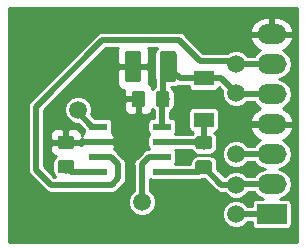
<source format=gbr>
G04 #@! TF.GenerationSoftware,KiCad,Pcbnew,5.0.0*
G04 #@! TF.CreationDate,2018-08-13T16:41:50-03:00*
G04 #@! TF.ProjectId,drv18,64727631382E6B696361645F70636200,rev?*
G04 #@! TF.SameCoordinates,Original*
G04 #@! TF.FileFunction,Copper,L2,Bot,Signal*
G04 #@! TF.FilePolarity,Positive*
%FSLAX46Y46*%
G04 Gerber Fmt 4.6, Leading zero omitted, Abs format (unit mm)*
G04 Created by KiCad (PCBNEW 5.0.0) date Mon Aug 13 16:41:50 2018*
%MOMM*%
%LPD*%
G01*
G04 APERTURE LIST*
G04 #@! TA.AperFunction,SMDPad,CuDef*
%ADD10R,1.700000X1.300000*%
G04 #@! TD*
G04 #@! TA.AperFunction,Conductor*
%ADD11C,0.100000*%
G04 #@! TD*
G04 #@! TA.AperFunction,SMDPad,CuDef*
%ADD12C,1.150000*%
G04 #@! TD*
G04 #@! TA.AperFunction,SMDPad,CuDef*
%ADD13C,1.425000*%
G04 #@! TD*
G04 #@! TA.AperFunction,ComponentPad*
%ADD14R,2.500000X1.700000*%
G04 #@! TD*
G04 #@! TA.AperFunction,ComponentPad*
%ADD15O,2.500000X1.700000*%
G04 #@! TD*
G04 #@! TA.AperFunction,SMDPad,CuDef*
%ADD16R,1.550000X0.600000*%
G04 #@! TD*
G04 #@! TA.AperFunction,ViaPad*
%ADD17C,1.500000*%
G04 #@! TD*
G04 #@! TA.AperFunction,Conductor*
%ADD18C,0.508000*%
G04 #@! TD*
G04 #@! TA.AperFunction,Conductor*
%ADD19C,0.254000*%
G04 #@! TD*
G04 APERTURE END LIST*
D10*
G04 #@! TO.P,D102,1*
G04 #@! TO.N,Net-(C103-Pad1)*
X163000000Y-89000000D03*
G04 #@! TO.P,D102,2*
G04 #@! TO.N,+12V*
X163000000Y-85500000D03*
G04 #@! TD*
D11*
G04 #@! TO.N,Net-(C103-Pad1)*
G04 #@! TO.C,C103*
G36*
X163474505Y-90376204D02*
X163498773Y-90379804D01*
X163522572Y-90385765D01*
X163545671Y-90394030D01*
X163567850Y-90404520D01*
X163588893Y-90417132D01*
X163608599Y-90431747D01*
X163626777Y-90448223D01*
X163643253Y-90466401D01*
X163657868Y-90486107D01*
X163670480Y-90507150D01*
X163680970Y-90529329D01*
X163689235Y-90552428D01*
X163695196Y-90576227D01*
X163698796Y-90600495D01*
X163700000Y-90624999D01*
X163700000Y-91275001D01*
X163698796Y-91299505D01*
X163695196Y-91323773D01*
X163689235Y-91347572D01*
X163680970Y-91370671D01*
X163670480Y-91392850D01*
X163657868Y-91413893D01*
X163643253Y-91433599D01*
X163626777Y-91451777D01*
X163608599Y-91468253D01*
X163588893Y-91482868D01*
X163567850Y-91495480D01*
X163545671Y-91505970D01*
X163522572Y-91514235D01*
X163498773Y-91520196D01*
X163474505Y-91523796D01*
X163450001Y-91525000D01*
X162549999Y-91525000D01*
X162525495Y-91523796D01*
X162501227Y-91520196D01*
X162477428Y-91514235D01*
X162454329Y-91505970D01*
X162432150Y-91495480D01*
X162411107Y-91482868D01*
X162391401Y-91468253D01*
X162373223Y-91451777D01*
X162356747Y-91433599D01*
X162342132Y-91413893D01*
X162329520Y-91392850D01*
X162319030Y-91370671D01*
X162310765Y-91347572D01*
X162304804Y-91323773D01*
X162301204Y-91299505D01*
X162300000Y-91275001D01*
X162300000Y-90624999D01*
X162301204Y-90600495D01*
X162304804Y-90576227D01*
X162310765Y-90552428D01*
X162319030Y-90529329D01*
X162329520Y-90507150D01*
X162342132Y-90486107D01*
X162356747Y-90466401D01*
X162373223Y-90448223D01*
X162391401Y-90431747D01*
X162411107Y-90417132D01*
X162432150Y-90404520D01*
X162454329Y-90394030D01*
X162477428Y-90385765D01*
X162501227Y-90379804D01*
X162525495Y-90376204D01*
X162549999Y-90375000D01*
X163450001Y-90375000D01*
X163474505Y-90376204D01*
X163474505Y-90376204D01*
G37*
D12*
G04 #@! TD*
G04 #@! TO.P,C103,1*
G04 #@! TO.N,Net-(C103-Pad1)*
X163000000Y-90950000D03*
D11*
G04 #@! TO.N,/HS*
G04 #@! TO.C,C103*
G36*
X163474505Y-92426204D02*
X163498773Y-92429804D01*
X163522572Y-92435765D01*
X163545671Y-92444030D01*
X163567850Y-92454520D01*
X163588893Y-92467132D01*
X163608599Y-92481747D01*
X163626777Y-92498223D01*
X163643253Y-92516401D01*
X163657868Y-92536107D01*
X163670480Y-92557150D01*
X163680970Y-92579329D01*
X163689235Y-92602428D01*
X163695196Y-92626227D01*
X163698796Y-92650495D01*
X163700000Y-92674999D01*
X163700000Y-93325001D01*
X163698796Y-93349505D01*
X163695196Y-93373773D01*
X163689235Y-93397572D01*
X163680970Y-93420671D01*
X163670480Y-93442850D01*
X163657868Y-93463893D01*
X163643253Y-93483599D01*
X163626777Y-93501777D01*
X163608599Y-93518253D01*
X163588893Y-93532868D01*
X163567850Y-93545480D01*
X163545671Y-93555970D01*
X163522572Y-93564235D01*
X163498773Y-93570196D01*
X163474505Y-93573796D01*
X163450001Y-93575000D01*
X162549999Y-93575000D01*
X162525495Y-93573796D01*
X162501227Y-93570196D01*
X162477428Y-93564235D01*
X162454329Y-93555970D01*
X162432150Y-93545480D01*
X162411107Y-93532868D01*
X162391401Y-93518253D01*
X162373223Y-93501777D01*
X162356747Y-93483599D01*
X162342132Y-93463893D01*
X162329520Y-93442850D01*
X162319030Y-93420671D01*
X162310765Y-93397572D01*
X162304804Y-93373773D01*
X162301204Y-93349505D01*
X162300000Y-93325001D01*
X162300000Y-92674999D01*
X162301204Y-92650495D01*
X162304804Y-92626227D01*
X162310765Y-92602428D01*
X162319030Y-92579329D01*
X162329520Y-92557150D01*
X162342132Y-92536107D01*
X162356747Y-92516401D01*
X162373223Y-92498223D01*
X162391401Y-92481747D01*
X162411107Y-92467132D01*
X162432150Y-92454520D01*
X162454329Y-92444030D01*
X162477428Y-92435765D01*
X162501227Y-92429804D01*
X162525495Y-92426204D01*
X162549999Y-92425000D01*
X163450001Y-92425000D01*
X163474505Y-92426204D01*
X163474505Y-92426204D01*
G37*
D12*
G04 #@! TD*
G04 #@! TO.P,C103,2*
G04 #@! TO.N,/HS*
X163000000Y-93000000D03*
D11*
G04 #@! TO.N,GND*
G04 #@! TO.C,C104*
G36*
X157824505Y-86551204D02*
X157848773Y-86554804D01*
X157872572Y-86560765D01*
X157895671Y-86569030D01*
X157917850Y-86579520D01*
X157938893Y-86592132D01*
X157958599Y-86606747D01*
X157976777Y-86623223D01*
X157993253Y-86641401D01*
X158007868Y-86661107D01*
X158020480Y-86682150D01*
X158030970Y-86704329D01*
X158039235Y-86727428D01*
X158045196Y-86751227D01*
X158048796Y-86775495D01*
X158050000Y-86799999D01*
X158050000Y-87700001D01*
X158048796Y-87724505D01*
X158045196Y-87748773D01*
X158039235Y-87772572D01*
X158030970Y-87795671D01*
X158020480Y-87817850D01*
X158007868Y-87838893D01*
X157993253Y-87858599D01*
X157976777Y-87876777D01*
X157958599Y-87893253D01*
X157938893Y-87907868D01*
X157917850Y-87920480D01*
X157895671Y-87930970D01*
X157872572Y-87939235D01*
X157848773Y-87945196D01*
X157824505Y-87948796D01*
X157800001Y-87950000D01*
X157149999Y-87950000D01*
X157125495Y-87948796D01*
X157101227Y-87945196D01*
X157077428Y-87939235D01*
X157054329Y-87930970D01*
X157032150Y-87920480D01*
X157011107Y-87907868D01*
X156991401Y-87893253D01*
X156973223Y-87876777D01*
X156956747Y-87858599D01*
X156942132Y-87838893D01*
X156929520Y-87817850D01*
X156919030Y-87795671D01*
X156910765Y-87772572D01*
X156904804Y-87748773D01*
X156901204Y-87724505D01*
X156900000Y-87700001D01*
X156900000Y-86799999D01*
X156901204Y-86775495D01*
X156904804Y-86751227D01*
X156910765Y-86727428D01*
X156919030Y-86704329D01*
X156929520Y-86682150D01*
X156942132Y-86661107D01*
X156956747Y-86641401D01*
X156973223Y-86623223D01*
X156991401Y-86606747D01*
X157011107Y-86592132D01*
X157032150Y-86579520D01*
X157054329Y-86569030D01*
X157077428Y-86560765D01*
X157101227Y-86554804D01*
X157125495Y-86551204D01*
X157149999Y-86550000D01*
X157800001Y-86550000D01*
X157824505Y-86551204D01*
X157824505Y-86551204D01*
G37*
D12*
G04 #@! TD*
G04 #@! TO.P,C104,2*
G04 #@! TO.N,GND*
X157475000Y-87250000D03*
D11*
G04 #@! TO.N,+12V*
G04 #@! TO.C,C104*
G36*
X159874505Y-86551204D02*
X159898773Y-86554804D01*
X159922572Y-86560765D01*
X159945671Y-86569030D01*
X159967850Y-86579520D01*
X159988893Y-86592132D01*
X160008599Y-86606747D01*
X160026777Y-86623223D01*
X160043253Y-86641401D01*
X160057868Y-86661107D01*
X160070480Y-86682150D01*
X160080970Y-86704329D01*
X160089235Y-86727428D01*
X160095196Y-86751227D01*
X160098796Y-86775495D01*
X160100000Y-86799999D01*
X160100000Y-87700001D01*
X160098796Y-87724505D01*
X160095196Y-87748773D01*
X160089235Y-87772572D01*
X160080970Y-87795671D01*
X160070480Y-87817850D01*
X160057868Y-87838893D01*
X160043253Y-87858599D01*
X160026777Y-87876777D01*
X160008599Y-87893253D01*
X159988893Y-87907868D01*
X159967850Y-87920480D01*
X159945671Y-87930970D01*
X159922572Y-87939235D01*
X159898773Y-87945196D01*
X159874505Y-87948796D01*
X159850001Y-87950000D01*
X159199999Y-87950000D01*
X159175495Y-87948796D01*
X159151227Y-87945196D01*
X159127428Y-87939235D01*
X159104329Y-87930970D01*
X159082150Y-87920480D01*
X159061107Y-87907868D01*
X159041401Y-87893253D01*
X159023223Y-87876777D01*
X159006747Y-87858599D01*
X158992132Y-87838893D01*
X158979520Y-87817850D01*
X158969030Y-87795671D01*
X158960765Y-87772572D01*
X158954804Y-87748773D01*
X158951204Y-87724505D01*
X158950000Y-87700001D01*
X158950000Y-86799999D01*
X158951204Y-86775495D01*
X158954804Y-86751227D01*
X158960765Y-86727428D01*
X158969030Y-86704329D01*
X158979520Y-86682150D01*
X158992132Y-86661107D01*
X159006747Y-86641401D01*
X159023223Y-86623223D01*
X159041401Y-86606747D01*
X159061107Y-86592132D01*
X159082150Y-86579520D01*
X159104329Y-86569030D01*
X159127428Y-86560765D01*
X159151227Y-86554804D01*
X159175495Y-86551204D01*
X159199999Y-86550000D01*
X159850001Y-86550000D01*
X159874505Y-86551204D01*
X159874505Y-86551204D01*
G37*
D12*
G04 #@! TD*
G04 #@! TO.P,C104,1*
G04 #@! TO.N,+12V*
X159525000Y-87250000D03*
D11*
G04 #@! TO.N,+12V*
G04 #@! TO.C,C102*
G36*
X160474504Y-83176204D02*
X160498773Y-83179804D01*
X160522571Y-83185765D01*
X160545671Y-83194030D01*
X160567849Y-83204520D01*
X160588893Y-83217133D01*
X160608598Y-83231747D01*
X160626777Y-83248223D01*
X160643253Y-83266402D01*
X160657867Y-83286107D01*
X160670480Y-83307151D01*
X160680970Y-83329329D01*
X160689235Y-83352429D01*
X160695196Y-83376227D01*
X160698796Y-83400496D01*
X160700000Y-83425000D01*
X160700000Y-85575000D01*
X160698796Y-85599504D01*
X160695196Y-85623773D01*
X160689235Y-85647571D01*
X160680970Y-85670671D01*
X160670480Y-85692849D01*
X160657867Y-85713893D01*
X160643253Y-85733598D01*
X160626777Y-85751777D01*
X160608598Y-85768253D01*
X160588893Y-85782867D01*
X160567849Y-85795480D01*
X160545671Y-85805970D01*
X160522571Y-85814235D01*
X160498773Y-85820196D01*
X160474504Y-85823796D01*
X160450000Y-85825000D01*
X159525000Y-85825000D01*
X159500496Y-85823796D01*
X159476227Y-85820196D01*
X159452429Y-85814235D01*
X159429329Y-85805970D01*
X159407151Y-85795480D01*
X159386107Y-85782867D01*
X159366402Y-85768253D01*
X159348223Y-85751777D01*
X159331747Y-85733598D01*
X159317133Y-85713893D01*
X159304520Y-85692849D01*
X159294030Y-85670671D01*
X159285765Y-85647571D01*
X159279804Y-85623773D01*
X159276204Y-85599504D01*
X159275000Y-85575000D01*
X159275000Y-83425000D01*
X159276204Y-83400496D01*
X159279804Y-83376227D01*
X159285765Y-83352429D01*
X159294030Y-83329329D01*
X159304520Y-83307151D01*
X159317133Y-83286107D01*
X159331747Y-83266402D01*
X159348223Y-83248223D01*
X159366402Y-83231747D01*
X159386107Y-83217133D01*
X159407151Y-83204520D01*
X159429329Y-83194030D01*
X159452429Y-83185765D01*
X159476227Y-83179804D01*
X159500496Y-83176204D01*
X159525000Y-83175000D01*
X160450000Y-83175000D01*
X160474504Y-83176204D01*
X160474504Y-83176204D01*
G37*
D13*
G04 #@! TD*
G04 #@! TO.P,C102,1*
G04 #@! TO.N,+12V*
X159987500Y-84500000D03*
D11*
G04 #@! TO.N,GND*
G04 #@! TO.C,C102*
G36*
X157499504Y-83176204D02*
X157523773Y-83179804D01*
X157547571Y-83185765D01*
X157570671Y-83194030D01*
X157592849Y-83204520D01*
X157613893Y-83217133D01*
X157633598Y-83231747D01*
X157651777Y-83248223D01*
X157668253Y-83266402D01*
X157682867Y-83286107D01*
X157695480Y-83307151D01*
X157705970Y-83329329D01*
X157714235Y-83352429D01*
X157720196Y-83376227D01*
X157723796Y-83400496D01*
X157725000Y-83425000D01*
X157725000Y-85575000D01*
X157723796Y-85599504D01*
X157720196Y-85623773D01*
X157714235Y-85647571D01*
X157705970Y-85670671D01*
X157695480Y-85692849D01*
X157682867Y-85713893D01*
X157668253Y-85733598D01*
X157651777Y-85751777D01*
X157633598Y-85768253D01*
X157613893Y-85782867D01*
X157592849Y-85795480D01*
X157570671Y-85805970D01*
X157547571Y-85814235D01*
X157523773Y-85820196D01*
X157499504Y-85823796D01*
X157475000Y-85825000D01*
X156550000Y-85825000D01*
X156525496Y-85823796D01*
X156501227Y-85820196D01*
X156477429Y-85814235D01*
X156454329Y-85805970D01*
X156432151Y-85795480D01*
X156411107Y-85782867D01*
X156391402Y-85768253D01*
X156373223Y-85751777D01*
X156356747Y-85733598D01*
X156342133Y-85713893D01*
X156329520Y-85692849D01*
X156319030Y-85670671D01*
X156310765Y-85647571D01*
X156304804Y-85623773D01*
X156301204Y-85599504D01*
X156300000Y-85575000D01*
X156300000Y-83425000D01*
X156301204Y-83400496D01*
X156304804Y-83376227D01*
X156310765Y-83352429D01*
X156319030Y-83329329D01*
X156329520Y-83307151D01*
X156342133Y-83286107D01*
X156356747Y-83266402D01*
X156373223Y-83248223D01*
X156391402Y-83231747D01*
X156411107Y-83217133D01*
X156432151Y-83204520D01*
X156454329Y-83194030D01*
X156477429Y-83185765D01*
X156501227Y-83179804D01*
X156525496Y-83176204D01*
X156550000Y-83175000D01*
X157475000Y-83175000D01*
X157499504Y-83176204D01*
X157499504Y-83176204D01*
G37*
D13*
G04 #@! TD*
G04 #@! TO.P,C102,2*
G04 #@! TO.N,GND*
X157012500Y-84500000D03*
D14*
G04 #@! TO.P,J101,1*
G04 #@! TO.N,/HG*
X168750000Y-97000000D03*
D15*
G04 #@! TO.P,J101,2*
G04 #@! TO.N,/HS*
X168750000Y-94460000D03*
G04 #@! TO.P,J101,3*
G04 #@! TO.N,/LG*
X168750000Y-91920000D03*
G04 #@! TO.P,J101,4*
G04 #@! TO.N,GND*
X168750000Y-89380000D03*
G04 #@! TO.P,J101,5*
G04 #@! TO.N,+12V*
X168750000Y-86840000D03*
G04 #@! TO.P,J101,6*
G04 #@! TO.N,/PWM_IN*
X168750000Y-84300000D03*
G04 #@! TO.P,J101,7*
G04 #@! TO.N,GND*
X168750000Y-81760000D03*
G04 #@! TD*
D16*
G04 #@! TO.P,U101,1*
G04 #@! TO.N,+12V*
X159450000Y-89595000D03*
G04 #@! TO.P,U101,2*
G04 #@! TO.N,Net-(C103-Pad1)*
X159450000Y-90865000D03*
G04 #@! TO.P,U101,3*
G04 #@! TO.N,Net-(D101-Pad1)*
X159450000Y-92135000D03*
G04 #@! TO.P,U101,4*
G04 #@! TO.N,/HS*
X159450000Y-93405000D03*
G04 #@! TO.P,U101,5*
G04 #@! TO.N,Net-(R103-Pad2)*
X154050000Y-93405000D03*
G04 #@! TO.P,U101,6*
G04 #@! TO.N,/PWM_IN*
X154050000Y-92135000D03*
G04 #@! TO.P,U101,7*
G04 #@! TO.N,GND*
X154050000Y-90865000D03*
G04 #@! TO.P,U101,8*
G04 #@! TO.N,Net-(D105-Pad1)*
X154050000Y-89595000D03*
G04 #@! TD*
D11*
G04 #@! TO.N,Net-(R103-Pad2)*
G04 #@! TO.C,R103*
G36*
X151800505Y-92396204D02*
X151824773Y-92399804D01*
X151848572Y-92405765D01*
X151871671Y-92414030D01*
X151893850Y-92424520D01*
X151914893Y-92437132D01*
X151934599Y-92451747D01*
X151952777Y-92468223D01*
X151969253Y-92486401D01*
X151983868Y-92506107D01*
X151996480Y-92527150D01*
X152006970Y-92549329D01*
X152015235Y-92572428D01*
X152021196Y-92596227D01*
X152024796Y-92620495D01*
X152026000Y-92644999D01*
X152026000Y-93295001D01*
X152024796Y-93319505D01*
X152021196Y-93343773D01*
X152015235Y-93367572D01*
X152006970Y-93390671D01*
X151996480Y-93412850D01*
X151983868Y-93433893D01*
X151969253Y-93453599D01*
X151952777Y-93471777D01*
X151934599Y-93488253D01*
X151914893Y-93502868D01*
X151893850Y-93515480D01*
X151871671Y-93525970D01*
X151848572Y-93534235D01*
X151824773Y-93540196D01*
X151800505Y-93543796D01*
X151776001Y-93545000D01*
X150875999Y-93545000D01*
X150851495Y-93543796D01*
X150827227Y-93540196D01*
X150803428Y-93534235D01*
X150780329Y-93525970D01*
X150758150Y-93515480D01*
X150737107Y-93502868D01*
X150717401Y-93488253D01*
X150699223Y-93471777D01*
X150682747Y-93453599D01*
X150668132Y-93433893D01*
X150655520Y-93412850D01*
X150645030Y-93390671D01*
X150636765Y-93367572D01*
X150630804Y-93343773D01*
X150627204Y-93319505D01*
X150626000Y-93295001D01*
X150626000Y-92644999D01*
X150627204Y-92620495D01*
X150630804Y-92596227D01*
X150636765Y-92572428D01*
X150645030Y-92549329D01*
X150655520Y-92527150D01*
X150668132Y-92506107D01*
X150682747Y-92486401D01*
X150699223Y-92468223D01*
X150717401Y-92451747D01*
X150737107Y-92437132D01*
X150758150Y-92424520D01*
X150780329Y-92414030D01*
X150803428Y-92405765D01*
X150827227Y-92399804D01*
X150851495Y-92396204D01*
X150875999Y-92395000D01*
X151776001Y-92395000D01*
X151800505Y-92396204D01*
X151800505Y-92396204D01*
G37*
D12*
G04 #@! TD*
G04 #@! TO.P,R103,2*
G04 #@! TO.N,Net-(R103-Pad2)*
X151326000Y-92970000D03*
D11*
G04 #@! TO.N,GND*
G04 #@! TO.C,R103*
G36*
X151800505Y-90346204D02*
X151824773Y-90349804D01*
X151848572Y-90355765D01*
X151871671Y-90364030D01*
X151893850Y-90374520D01*
X151914893Y-90387132D01*
X151934599Y-90401747D01*
X151952777Y-90418223D01*
X151969253Y-90436401D01*
X151983868Y-90456107D01*
X151996480Y-90477150D01*
X152006970Y-90499329D01*
X152015235Y-90522428D01*
X152021196Y-90546227D01*
X152024796Y-90570495D01*
X152026000Y-90594999D01*
X152026000Y-91245001D01*
X152024796Y-91269505D01*
X152021196Y-91293773D01*
X152015235Y-91317572D01*
X152006970Y-91340671D01*
X151996480Y-91362850D01*
X151983868Y-91383893D01*
X151969253Y-91403599D01*
X151952777Y-91421777D01*
X151934599Y-91438253D01*
X151914893Y-91452868D01*
X151893850Y-91465480D01*
X151871671Y-91475970D01*
X151848572Y-91484235D01*
X151824773Y-91490196D01*
X151800505Y-91493796D01*
X151776001Y-91495000D01*
X150875999Y-91495000D01*
X150851495Y-91493796D01*
X150827227Y-91490196D01*
X150803428Y-91484235D01*
X150780329Y-91475970D01*
X150758150Y-91465480D01*
X150737107Y-91452868D01*
X150717401Y-91438253D01*
X150699223Y-91421777D01*
X150682747Y-91403599D01*
X150668132Y-91383893D01*
X150655520Y-91362850D01*
X150645030Y-91340671D01*
X150636765Y-91317572D01*
X150630804Y-91293773D01*
X150627204Y-91269505D01*
X150626000Y-91245001D01*
X150626000Y-90594999D01*
X150627204Y-90570495D01*
X150630804Y-90546227D01*
X150636765Y-90522428D01*
X150645030Y-90499329D01*
X150655520Y-90477150D01*
X150668132Y-90456107D01*
X150682747Y-90436401D01*
X150699223Y-90418223D01*
X150717401Y-90401747D01*
X150737107Y-90387132D01*
X150758150Y-90374520D01*
X150780329Y-90364030D01*
X150803428Y-90355765D01*
X150827227Y-90349804D01*
X150851495Y-90346204D01*
X150875999Y-90345000D01*
X151776001Y-90345000D01*
X151800505Y-90346204D01*
X151800505Y-90346204D01*
G37*
D12*
G04 #@! TD*
G04 #@! TO.P,R103,1*
G04 #@! TO.N,GND*
X151326000Y-90920000D03*
D17*
G04 #@! TO.N,/LG*
X165750000Y-91920000D03*
G04 #@! TO.N,Net-(D105-Pad1)*
X152342000Y-88144000D03*
G04 #@! TO.N,GND*
X165750000Y-81750000D03*
X165750000Y-89500000D03*
G04 #@! TO.N,/HG*
X165750000Y-97000000D03*
G04 #@! TO.N,Net-(D101-Pad1)*
X157750000Y-96000000D03*
G04 #@! TO.N,/HS*
X165750000Y-94500000D03*
G04 #@! TO.N,+12V*
X165750000Y-86750000D03*
G04 #@! TO.N,/PWM_IN*
X165750000Y-84250000D03*
G04 #@! TD*
D18*
G04 #@! TO.N,/LG*
X165750000Y-91920000D02*
X168750000Y-91920000D01*
G04 #@! TO.N,Net-(D105-Pad1)*
X154050000Y-89595000D02*
X153575000Y-89595000D01*
X153575000Y-89595000D02*
X152342000Y-88362000D01*
X152342000Y-88362000D02*
X152342000Y-88144000D01*
G04 #@! TO.N,Net-(R103-Pad2)*
X151761000Y-93405000D02*
X151326000Y-92970000D01*
X154050000Y-93405000D02*
X151761000Y-93405000D01*
G04 #@! TO.N,GND*
X165870000Y-89380000D02*
X165750000Y-89500000D01*
X168750000Y-89380000D02*
X165870000Y-89380000D01*
G04 #@! TO.N,/HG*
X168750000Y-97000000D02*
X165750000Y-97000000D01*
G04 #@! TO.N,Net-(D101-Pad1)*
X158370200Y-92135000D02*
X159450000Y-92135000D01*
X157750000Y-92755200D02*
X158370200Y-92135000D01*
X157750000Y-96000000D02*
X157750000Y-92755200D01*
G04 #@! TO.N,/HS*
X162620000Y-93405000D02*
X163000000Y-93025000D01*
X159200000Y-93405000D02*
X162620000Y-93405000D01*
X162595000Y-93405000D02*
X163000000Y-93000000D01*
X165790000Y-94460000D02*
X165750000Y-94500000D01*
X168750000Y-94460000D02*
X165790000Y-94460000D01*
X164500000Y-94500000D02*
X165750000Y-94500000D01*
X163000000Y-93000000D02*
X164500000Y-94500000D01*
G04 #@! TO.N,+12V*
X168660000Y-86750000D02*
X168750000Y-86840000D01*
X165000001Y-86000001D02*
X165750000Y-86750000D01*
X164500000Y-85500000D02*
X165000001Y-86000001D01*
X163000000Y-85500000D02*
X164500000Y-85500000D01*
X165840000Y-86840000D02*
X165750000Y-86750000D01*
X168750000Y-86840000D02*
X165840000Y-86840000D01*
X160987500Y-85500000D02*
X159987500Y-84500000D01*
X163000000Y-85500000D02*
X160987500Y-85500000D01*
X159525000Y-84962500D02*
X159987500Y-84500000D01*
X159525000Y-87250000D02*
X159525000Y-84962500D01*
X159450000Y-87325000D02*
X159525000Y-87250000D01*
X159450000Y-89595000D02*
X159450000Y-87325000D01*
G04 #@! TO.N,Net-(C103-Pad1)*
X162890000Y-90865000D02*
X163000000Y-90975000D01*
X162915000Y-90865000D02*
X163000000Y-90950000D01*
X159450000Y-90865000D02*
X162915000Y-90865000D01*
X163000000Y-89000000D02*
X163000000Y-90950000D01*
G04 #@! TO.N,/PWM_IN*
X154050000Y-92135000D02*
X154525000Y-92135000D01*
X165800000Y-84300000D02*
X165750000Y-84250000D01*
X168750000Y-84300000D02*
X165800000Y-84300000D01*
X148786000Y-87890000D02*
X154426000Y-82250000D01*
X162676000Y-84000000D02*
X165500000Y-84000000D01*
X148786000Y-93224000D02*
X148786000Y-87890000D01*
X165500000Y-84000000D02*
X165750000Y-84250000D01*
X154426000Y-82250000D02*
X160926000Y-82250000D01*
X155129800Y-92135000D02*
X155750000Y-92755200D01*
X154050000Y-92135000D02*
X155129800Y-92135000D01*
X155750000Y-93968722D02*
X155218722Y-94500000D01*
X160926000Y-82250000D02*
X162676000Y-84000000D01*
X155750000Y-92755200D02*
X155750000Y-93968722D01*
X155218722Y-94500000D02*
X150062000Y-94500000D01*
X150062000Y-94500000D02*
X148786000Y-93224000D01*
G04 #@! TD*
D19*
G04 #@! TO.N,GND*
G36*
X170885201Y-99321200D02*
X146498800Y-99321200D01*
X146498800Y-87890000D01*
X148086765Y-87890000D01*
X148100201Y-87957547D01*
X148100200Y-93156458D01*
X148086765Y-93224000D01*
X148100200Y-93291542D01*
X148139991Y-93491585D01*
X148291566Y-93718433D01*
X148348829Y-93756695D01*
X149529306Y-94937174D01*
X149567566Y-94994434D01*
X149624825Y-95032693D01*
X149624826Y-95032694D01*
X149794414Y-95146009D01*
X150062000Y-95199235D01*
X150129542Y-95185800D01*
X155151180Y-95185800D01*
X155218722Y-95199235D01*
X155286264Y-95185800D01*
X155286265Y-95185800D01*
X155486308Y-95146009D01*
X155713156Y-94994434D01*
X155751419Y-94937169D01*
X156187173Y-94501416D01*
X156244434Y-94463156D01*
X156396009Y-94236308D01*
X156435800Y-94036265D01*
X156449235Y-93968722D01*
X156435800Y-93901180D01*
X156435800Y-92822742D01*
X156449235Y-92755199D01*
X156396009Y-92487614D01*
X156282693Y-92318026D01*
X156244433Y-92260766D01*
X156187173Y-92222506D01*
X155662497Y-91697831D01*
X155624234Y-91640566D01*
X155397386Y-91488991D01*
X155379584Y-91485450D01*
X155460000Y-91291310D01*
X155460000Y-91150750D01*
X155301250Y-90992000D01*
X154177000Y-90992000D01*
X154177000Y-91012000D01*
X153923000Y-91012000D01*
X153923000Y-90992000D01*
X152798750Y-90992000D01*
X152640000Y-91150750D01*
X152640000Y-91184750D01*
X152502250Y-91047000D01*
X151453000Y-91047000D01*
X151453000Y-91067000D01*
X151199000Y-91067000D01*
X151199000Y-91047000D01*
X150149750Y-91047000D01*
X149991000Y-91205750D01*
X149991000Y-91621309D01*
X150087673Y-91854698D01*
X150266301Y-92033327D01*
X150455553Y-92111718D01*
X150387913Y-92156913D01*
X150238284Y-92380849D01*
X150185741Y-92644999D01*
X150185741Y-93295001D01*
X150238284Y-93559151D01*
X150387913Y-93783087D01*
X150434477Y-93814200D01*
X150346068Y-93814200D01*
X149471800Y-92939934D01*
X149471800Y-90218691D01*
X149991000Y-90218691D01*
X149991000Y-90634250D01*
X150149750Y-90793000D01*
X151199000Y-90793000D01*
X151199000Y-89868750D01*
X151040250Y-89710000D01*
X150499690Y-89710000D01*
X150266301Y-89806673D01*
X150087673Y-89985302D01*
X149991000Y-90218691D01*
X149471800Y-90218691D01*
X149471800Y-88174066D01*
X149736941Y-87908925D01*
X151160200Y-87908925D01*
X151160200Y-88379075D01*
X151340118Y-88813436D01*
X151672564Y-89145882D01*
X152106925Y-89325800D01*
X152335934Y-89325800D01*
X152834741Y-89824608D01*
X152834741Y-89895000D01*
X152868254Y-90063480D01*
X152872356Y-90069619D01*
X152736673Y-90205301D01*
X152661000Y-90387992D01*
X152661000Y-90218691D01*
X152564327Y-89985302D01*
X152385699Y-89806673D01*
X152152310Y-89710000D01*
X151611750Y-89710000D01*
X151453000Y-89868750D01*
X151453000Y-90793000D01*
X152502250Y-90793000D01*
X152661000Y-90634250D01*
X152661000Y-90600250D01*
X152798750Y-90738000D01*
X153923000Y-90738000D01*
X153923000Y-90718000D01*
X154177000Y-90718000D01*
X154177000Y-90738000D01*
X155301250Y-90738000D01*
X155460000Y-90579250D01*
X155460000Y-90438690D01*
X155363327Y-90205301D01*
X155227644Y-90069619D01*
X155231746Y-90063480D01*
X155265259Y-89895000D01*
X155265259Y-89295000D01*
X155231746Y-89126520D01*
X155136310Y-88983690D01*
X154993480Y-88888254D01*
X154825000Y-88854741D01*
X153804608Y-88854741D01*
X153466727Y-88516861D01*
X153523800Y-88379075D01*
X153523800Y-87908925D01*
X153369227Y-87535750D01*
X156265000Y-87535750D01*
X156265000Y-88076310D01*
X156361673Y-88309699D01*
X156540302Y-88488327D01*
X156773691Y-88585000D01*
X157189250Y-88585000D01*
X157348000Y-88426250D01*
X157348000Y-87377000D01*
X156423750Y-87377000D01*
X156265000Y-87535750D01*
X153369227Y-87535750D01*
X153343882Y-87474564D01*
X153011436Y-87142118D01*
X152577075Y-86962200D01*
X152106925Y-86962200D01*
X151672564Y-87142118D01*
X151340118Y-87474564D01*
X151160200Y-87908925D01*
X149736941Y-87908925D01*
X154710068Y-82935800D01*
X155711761Y-82935800D01*
X155665000Y-83048690D01*
X155665000Y-84214250D01*
X155823750Y-84373000D01*
X156885500Y-84373000D01*
X156885500Y-84353000D01*
X157139500Y-84353000D01*
X157139500Y-84373000D01*
X158201250Y-84373000D01*
X158360000Y-84214250D01*
X158360000Y-83048690D01*
X158313239Y-82935800D01*
X159038579Y-82935800D01*
X159036913Y-82936913D01*
X158887284Y-83160849D01*
X158834741Y-83425000D01*
X158834741Y-84917375D01*
X158825765Y-84962500D01*
X158834741Y-85007625D01*
X158834741Y-85575000D01*
X158839201Y-85597420D01*
X158839200Y-86226862D01*
X158711913Y-86311913D01*
X158666718Y-86379553D01*
X158588327Y-86190301D01*
X158409698Y-86011673D01*
X158345937Y-85985262D01*
X158360000Y-85951310D01*
X158360000Y-84785750D01*
X158201250Y-84627000D01*
X157139500Y-84627000D01*
X157139500Y-84647000D01*
X156885500Y-84647000D01*
X156885500Y-84627000D01*
X155823750Y-84627000D01*
X155665000Y-84785750D01*
X155665000Y-85951310D01*
X155761673Y-86184699D01*
X155940302Y-86363327D01*
X156173691Y-86460000D01*
X156265000Y-86460000D01*
X156265000Y-86964250D01*
X156423750Y-87123000D01*
X157348000Y-87123000D01*
X157348000Y-87103000D01*
X157602000Y-87103000D01*
X157602000Y-87123000D01*
X157622000Y-87123000D01*
X157622000Y-87377000D01*
X157602000Y-87377000D01*
X157602000Y-88426250D01*
X157760750Y-88585000D01*
X158176309Y-88585000D01*
X158409698Y-88488327D01*
X158588327Y-88309699D01*
X158666718Y-88120447D01*
X158711913Y-88188087D01*
X158764201Y-88223024D01*
X158764200Y-88854741D01*
X158675000Y-88854741D01*
X158506520Y-88888254D01*
X158363690Y-88983690D01*
X158268254Y-89126520D01*
X158234741Y-89295000D01*
X158234741Y-89895000D01*
X158268254Y-90063480D01*
X158363690Y-90206310D01*
X158399145Y-90230000D01*
X158363690Y-90253690D01*
X158268254Y-90396520D01*
X158234741Y-90565000D01*
X158234741Y-91165000D01*
X158268254Y-91333480D01*
X158340541Y-91441664D01*
X158302657Y-91449200D01*
X158102614Y-91488991D01*
X157875766Y-91640566D01*
X157837504Y-91697829D01*
X157312829Y-92222505D01*
X157255567Y-92260766D01*
X157176572Y-92378991D01*
X157103991Y-92487615D01*
X157050765Y-92755200D01*
X157064201Y-92822747D01*
X157064200Y-95014482D01*
X156748118Y-95330564D01*
X156568200Y-95764925D01*
X156568200Y-96235075D01*
X156748118Y-96669436D01*
X157080564Y-97001882D01*
X157514925Y-97181800D01*
X157985075Y-97181800D01*
X158419436Y-97001882D01*
X158751882Y-96669436D01*
X158931800Y-96235075D01*
X158931800Y-95764925D01*
X158751882Y-95330564D01*
X158435800Y-95014482D01*
X158435800Y-94064492D01*
X158506520Y-94111746D01*
X158675000Y-94145259D01*
X160225000Y-94145259D01*
X160393480Y-94111746D01*
X160424828Y-94090800D01*
X162527458Y-94090800D01*
X162595000Y-94104235D01*
X162607500Y-94101749D01*
X162620000Y-94104235D01*
X162687542Y-94090800D01*
X162687543Y-94090800D01*
X162887586Y-94051009D01*
X162941090Y-94015259D01*
X163045393Y-94015259D01*
X163967304Y-94937171D01*
X164005566Y-94994434D01*
X164232414Y-95146009D01*
X164432457Y-95185800D01*
X164432458Y-95185800D01*
X164499999Y-95199235D01*
X164567540Y-95185800D01*
X164764482Y-95185800D01*
X165080564Y-95501882D01*
X165514925Y-95681800D01*
X165985075Y-95681800D01*
X166419436Y-95501882D01*
X166751882Y-95169436D01*
X166761672Y-95145800D01*
X167266630Y-95145800D01*
X167425874Y-95384126D01*
X167849867Y-95667428D01*
X168062588Y-95709741D01*
X167500000Y-95709741D01*
X167331520Y-95743254D01*
X167188690Y-95838690D01*
X167093254Y-95981520D01*
X167059741Y-96150000D01*
X167059741Y-96314200D01*
X166735518Y-96314200D01*
X166419436Y-95998118D01*
X165985075Y-95818200D01*
X165514925Y-95818200D01*
X165080564Y-95998118D01*
X164748118Y-96330564D01*
X164568200Y-96764925D01*
X164568200Y-97235075D01*
X164748118Y-97669436D01*
X165080564Y-98001882D01*
X165514925Y-98181800D01*
X165985075Y-98181800D01*
X166419436Y-98001882D01*
X166735518Y-97685800D01*
X167059741Y-97685800D01*
X167059741Y-97850000D01*
X167093254Y-98018480D01*
X167188690Y-98161310D01*
X167331520Y-98256746D01*
X167500000Y-98290259D01*
X170000000Y-98290259D01*
X170168480Y-98256746D01*
X170311310Y-98161310D01*
X170406746Y-98018480D01*
X170440259Y-97850000D01*
X170440259Y-96150000D01*
X170406746Y-95981520D01*
X170311310Y-95838690D01*
X170168480Y-95743254D01*
X170000000Y-95709741D01*
X169437412Y-95709741D01*
X169650133Y-95667428D01*
X170074126Y-95384126D01*
X170357428Y-94960133D01*
X170456911Y-94460000D01*
X170357428Y-93959867D01*
X170074126Y-93535874D01*
X169650133Y-93252572D01*
X169335563Y-93190000D01*
X169650133Y-93127428D01*
X170074126Y-92844126D01*
X170357428Y-92420133D01*
X170456911Y-91920000D01*
X170357428Y-91419867D01*
X170074126Y-90995874D01*
X169696564Y-90743596D01*
X169835618Y-90703360D01*
X170289856Y-90340251D01*
X170570562Y-89830952D01*
X170591476Y-89736890D01*
X170470155Y-89507000D01*
X168877000Y-89507000D01*
X168877000Y-89527000D01*
X168623000Y-89527000D01*
X168623000Y-89507000D01*
X167029845Y-89507000D01*
X166908524Y-89736890D01*
X166929438Y-89830952D01*
X167210144Y-90340251D01*
X167664382Y-90703360D01*
X167803436Y-90743596D01*
X167425874Y-90995874D01*
X167266630Y-91234200D01*
X166735518Y-91234200D01*
X166419436Y-90918118D01*
X165985075Y-90738200D01*
X165514925Y-90738200D01*
X165080564Y-90918118D01*
X164748118Y-91250564D01*
X164568200Y-91684925D01*
X164568200Y-92155075D01*
X164748118Y-92589436D01*
X165080564Y-92921882D01*
X165514925Y-93101800D01*
X165985075Y-93101800D01*
X166419436Y-92921882D01*
X166735518Y-92605800D01*
X167266630Y-92605800D01*
X167425874Y-92844126D01*
X167849867Y-93127428D01*
X168164437Y-93190000D01*
X167849867Y-93252572D01*
X167425874Y-93535874D01*
X167266630Y-93774200D01*
X166695518Y-93774200D01*
X166419436Y-93498118D01*
X165985075Y-93318200D01*
X165514925Y-93318200D01*
X165080564Y-93498118D01*
X164774274Y-93804408D01*
X164140259Y-93170393D01*
X164140259Y-92674999D01*
X164087716Y-92410849D01*
X163938087Y-92186913D01*
X163714151Y-92037284D01*
X163450001Y-91984741D01*
X162549999Y-91984741D01*
X162285849Y-92037284D01*
X162061913Y-92186913D01*
X161912284Y-92410849D01*
X161859741Y-92674999D01*
X161859741Y-92719200D01*
X160554424Y-92719200D01*
X160631746Y-92603480D01*
X160665259Y-92435000D01*
X160665259Y-91835000D01*
X160631746Y-91666520D01*
X160554424Y-91550800D01*
X161920068Y-91550800D01*
X162061913Y-91763087D01*
X162285849Y-91912716D01*
X162549999Y-91965259D01*
X163450001Y-91965259D01*
X163714151Y-91912716D01*
X163938087Y-91763087D01*
X164087716Y-91539151D01*
X164140259Y-91275001D01*
X164140259Y-90624999D01*
X164087716Y-90360849D01*
X163938087Y-90136913D01*
X163864074Y-90087459D01*
X164018480Y-90056746D01*
X164161310Y-89961310D01*
X164256746Y-89818480D01*
X164290259Y-89650000D01*
X164290259Y-88350000D01*
X164256746Y-88181520D01*
X164161310Y-88038690D01*
X164018480Y-87943254D01*
X163850000Y-87909741D01*
X162150000Y-87909741D01*
X161981520Y-87943254D01*
X161838690Y-88038690D01*
X161743254Y-88181520D01*
X161709741Y-88350000D01*
X161709741Y-89650000D01*
X161743254Y-89818480D01*
X161838690Y-89961310D01*
X161981520Y-90056746D01*
X162135926Y-90087459D01*
X162061913Y-90136913D01*
X162033658Y-90179200D01*
X160554424Y-90179200D01*
X160631746Y-90063480D01*
X160665259Y-89895000D01*
X160665259Y-89295000D01*
X160631746Y-89126520D01*
X160536310Y-88983690D01*
X160393480Y-88888254D01*
X160225000Y-88854741D01*
X160135800Y-88854741D01*
X160135800Y-88323251D01*
X160338087Y-88188087D01*
X160487716Y-87964151D01*
X160540259Y-87700001D01*
X160540259Y-86799999D01*
X160487716Y-86535849D01*
X160338087Y-86311913D01*
X160268264Y-86265259D01*
X160450000Y-86265259D01*
X160714151Y-86212716D01*
X160792405Y-86160428D01*
X160987500Y-86199235D01*
X161055042Y-86185800D01*
X161716862Y-86185800D01*
X161743254Y-86318480D01*
X161838690Y-86461310D01*
X161981520Y-86556746D01*
X162150000Y-86590259D01*
X163850000Y-86590259D01*
X164018480Y-86556746D01*
X164161310Y-86461310D01*
X164256746Y-86318480D01*
X164271988Y-86241854D01*
X164562827Y-86532694D01*
X164562829Y-86532696D01*
X164568200Y-86538066D01*
X164568200Y-86985075D01*
X164748118Y-87419436D01*
X165080564Y-87751882D01*
X165514925Y-87931800D01*
X165985075Y-87931800D01*
X166419436Y-87751882D01*
X166645518Y-87525800D01*
X167266630Y-87525800D01*
X167425874Y-87764126D01*
X167803436Y-88016404D01*
X167664382Y-88056640D01*
X167210144Y-88419749D01*
X166929438Y-88929048D01*
X166908524Y-89023110D01*
X167029845Y-89253000D01*
X168623000Y-89253000D01*
X168623000Y-89233000D01*
X168877000Y-89233000D01*
X168877000Y-89253000D01*
X170470155Y-89253000D01*
X170591476Y-89023110D01*
X170570562Y-88929048D01*
X170289856Y-88419749D01*
X169835618Y-88056640D01*
X169696564Y-88016404D01*
X170074126Y-87764126D01*
X170357428Y-87340133D01*
X170456911Y-86840000D01*
X170357428Y-86339867D01*
X170074126Y-85915874D01*
X169650133Y-85632572D01*
X169335563Y-85570000D01*
X169650133Y-85507428D01*
X170074126Y-85224126D01*
X170357428Y-84800133D01*
X170456911Y-84300000D01*
X170357428Y-83799867D01*
X170074126Y-83375874D01*
X169696564Y-83123596D01*
X169835618Y-83083360D01*
X170289856Y-82720251D01*
X170570562Y-82210952D01*
X170591476Y-82116890D01*
X170470155Y-81887000D01*
X168877000Y-81887000D01*
X168877000Y-81907000D01*
X168623000Y-81907000D01*
X168623000Y-81887000D01*
X167029845Y-81887000D01*
X166908524Y-82116890D01*
X166929438Y-82210952D01*
X167210144Y-82720251D01*
X167664382Y-83083360D01*
X167803436Y-83123596D01*
X167425874Y-83375874D01*
X167266630Y-83614200D01*
X166765814Y-83614200D01*
X166751882Y-83580564D01*
X166419436Y-83248118D01*
X165985075Y-83068200D01*
X165514925Y-83068200D01*
X165080564Y-83248118D01*
X165014482Y-83314200D01*
X162960068Y-83314200D01*
X161458698Y-81812831D01*
X161420434Y-81755566D01*
X161193586Y-81603991D01*
X160993543Y-81564200D01*
X160993542Y-81564200D01*
X160926000Y-81550765D01*
X160858458Y-81564200D01*
X154493536Y-81564200D01*
X154425999Y-81550766D01*
X154358462Y-81564200D01*
X154358457Y-81564200D01*
X154158414Y-81603991D01*
X153931566Y-81755566D01*
X153893306Y-81812826D01*
X148348830Y-87357304D01*
X148291567Y-87395566D01*
X148181223Y-87560707D01*
X148139991Y-87622415D01*
X148086765Y-87890000D01*
X146498800Y-87890000D01*
X146498800Y-81403110D01*
X166908524Y-81403110D01*
X167029845Y-81633000D01*
X168623000Y-81633000D01*
X168623000Y-80275000D01*
X168877000Y-80275000D01*
X168877000Y-81633000D01*
X170470155Y-81633000D01*
X170591476Y-81403110D01*
X170570562Y-81309048D01*
X170289856Y-80799749D01*
X169835618Y-80436640D01*
X169277000Y-80275000D01*
X168877000Y-80275000D01*
X168623000Y-80275000D01*
X168223000Y-80275000D01*
X167664382Y-80436640D01*
X167210144Y-80799749D01*
X166929438Y-81309048D01*
X166908524Y-81403110D01*
X146498800Y-81403110D01*
X146498800Y-79506800D01*
X170885200Y-79506800D01*
X170885201Y-99321200D01*
X170885201Y-99321200D01*
G37*
X170885201Y-99321200D02*
X146498800Y-99321200D01*
X146498800Y-87890000D01*
X148086765Y-87890000D01*
X148100201Y-87957547D01*
X148100200Y-93156458D01*
X148086765Y-93224000D01*
X148100200Y-93291542D01*
X148139991Y-93491585D01*
X148291566Y-93718433D01*
X148348829Y-93756695D01*
X149529306Y-94937174D01*
X149567566Y-94994434D01*
X149624825Y-95032693D01*
X149624826Y-95032694D01*
X149794414Y-95146009D01*
X150062000Y-95199235D01*
X150129542Y-95185800D01*
X155151180Y-95185800D01*
X155218722Y-95199235D01*
X155286264Y-95185800D01*
X155286265Y-95185800D01*
X155486308Y-95146009D01*
X155713156Y-94994434D01*
X155751419Y-94937169D01*
X156187173Y-94501416D01*
X156244434Y-94463156D01*
X156396009Y-94236308D01*
X156435800Y-94036265D01*
X156449235Y-93968722D01*
X156435800Y-93901180D01*
X156435800Y-92822742D01*
X156449235Y-92755199D01*
X156396009Y-92487614D01*
X156282693Y-92318026D01*
X156244433Y-92260766D01*
X156187173Y-92222506D01*
X155662497Y-91697831D01*
X155624234Y-91640566D01*
X155397386Y-91488991D01*
X155379584Y-91485450D01*
X155460000Y-91291310D01*
X155460000Y-91150750D01*
X155301250Y-90992000D01*
X154177000Y-90992000D01*
X154177000Y-91012000D01*
X153923000Y-91012000D01*
X153923000Y-90992000D01*
X152798750Y-90992000D01*
X152640000Y-91150750D01*
X152640000Y-91184750D01*
X152502250Y-91047000D01*
X151453000Y-91047000D01*
X151453000Y-91067000D01*
X151199000Y-91067000D01*
X151199000Y-91047000D01*
X150149750Y-91047000D01*
X149991000Y-91205750D01*
X149991000Y-91621309D01*
X150087673Y-91854698D01*
X150266301Y-92033327D01*
X150455553Y-92111718D01*
X150387913Y-92156913D01*
X150238284Y-92380849D01*
X150185741Y-92644999D01*
X150185741Y-93295001D01*
X150238284Y-93559151D01*
X150387913Y-93783087D01*
X150434477Y-93814200D01*
X150346068Y-93814200D01*
X149471800Y-92939934D01*
X149471800Y-90218691D01*
X149991000Y-90218691D01*
X149991000Y-90634250D01*
X150149750Y-90793000D01*
X151199000Y-90793000D01*
X151199000Y-89868750D01*
X151040250Y-89710000D01*
X150499690Y-89710000D01*
X150266301Y-89806673D01*
X150087673Y-89985302D01*
X149991000Y-90218691D01*
X149471800Y-90218691D01*
X149471800Y-88174066D01*
X149736941Y-87908925D01*
X151160200Y-87908925D01*
X151160200Y-88379075D01*
X151340118Y-88813436D01*
X151672564Y-89145882D01*
X152106925Y-89325800D01*
X152335934Y-89325800D01*
X152834741Y-89824608D01*
X152834741Y-89895000D01*
X152868254Y-90063480D01*
X152872356Y-90069619D01*
X152736673Y-90205301D01*
X152661000Y-90387992D01*
X152661000Y-90218691D01*
X152564327Y-89985302D01*
X152385699Y-89806673D01*
X152152310Y-89710000D01*
X151611750Y-89710000D01*
X151453000Y-89868750D01*
X151453000Y-90793000D01*
X152502250Y-90793000D01*
X152661000Y-90634250D01*
X152661000Y-90600250D01*
X152798750Y-90738000D01*
X153923000Y-90738000D01*
X153923000Y-90718000D01*
X154177000Y-90718000D01*
X154177000Y-90738000D01*
X155301250Y-90738000D01*
X155460000Y-90579250D01*
X155460000Y-90438690D01*
X155363327Y-90205301D01*
X155227644Y-90069619D01*
X155231746Y-90063480D01*
X155265259Y-89895000D01*
X155265259Y-89295000D01*
X155231746Y-89126520D01*
X155136310Y-88983690D01*
X154993480Y-88888254D01*
X154825000Y-88854741D01*
X153804608Y-88854741D01*
X153466727Y-88516861D01*
X153523800Y-88379075D01*
X153523800Y-87908925D01*
X153369227Y-87535750D01*
X156265000Y-87535750D01*
X156265000Y-88076310D01*
X156361673Y-88309699D01*
X156540302Y-88488327D01*
X156773691Y-88585000D01*
X157189250Y-88585000D01*
X157348000Y-88426250D01*
X157348000Y-87377000D01*
X156423750Y-87377000D01*
X156265000Y-87535750D01*
X153369227Y-87535750D01*
X153343882Y-87474564D01*
X153011436Y-87142118D01*
X152577075Y-86962200D01*
X152106925Y-86962200D01*
X151672564Y-87142118D01*
X151340118Y-87474564D01*
X151160200Y-87908925D01*
X149736941Y-87908925D01*
X154710068Y-82935800D01*
X155711761Y-82935800D01*
X155665000Y-83048690D01*
X155665000Y-84214250D01*
X155823750Y-84373000D01*
X156885500Y-84373000D01*
X156885500Y-84353000D01*
X157139500Y-84353000D01*
X157139500Y-84373000D01*
X158201250Y-84373000D01*
X158360000Y-84214250D01*
X158360000Y-83048690D01*
X158313239Y-82935800D01*
X159038579Y-82935800D01*
X159036913Y-82936913D01*
X158887284Y-83160849D01*
X158834741Y-83425000D01*
X158834741Y-84917375D01*
X158825765Y-84962500D01*
X158834741Y-85007625D01*
X158834741Y-85575000D01*
X158839201Y-85597420D01*
X158839200Y-86226862D01*
X158711913Y-86311913D01*
X158666718Y-86379553D01*
X158588327Y-86190301D01*
X158409698Y-86011673D01*
X158345937Y-85985262D01*
X158360000Y-85951310D01*
X158360000Y-84785750D01*
X158201250Y-84627000D01*
X157139500Y-84627000D01*
X157139500Y-84647000D01*
X156885500Y-84647000D01*
X156885500Y-84627000D01*
X155823750Y-84627000D01*
X155665000Y-84785750D01*
X155665000Y-85951310D01*
X155761673Y-86184699D01*
X155940302Y-86363327D01*
X156173691Y-86460000D01*
X156265000Y-86460000D01*
X156265000Y-86964250D01*
X156423750Y-87123000D01*
X157348000Y-87123000D01*
X157348000Y-87103000D01*
X157602000Y-87103000D01*
X157602000Y-87123000D01*
X157622000Y-87123000D01*
X157622000Y-87377000D01*
X157602000Y-87377000D01*
X157602000Y-88426250D01*
X157760750Y-88585000D01*
X158176309Y-88585000D01*
X158409698Y-88488327D01*
X158588327Y-88309699D01*
X158666718Y-88120447D01*
X158711913Y-88188087D01*
X158764201Y-88223024D01*
X158764200Y-88854741D01*
X158675000Y-88854741D01*
X158506520Y-88888254D01*
X158363690Y-88983690D01*
X158268254Y-89126520D01*
X158234741Y-89295000D01*
X158234741Y-89895000D01*
X158268254Y-90063480D01*
X158363690Y-90206310D01*
X158399145Y-90230000D01*
X158363690Y-90253690D01*
X158268254Y-90396520D01*
X158234741Y-90565000D01*
X158234741Y-91165000D01*
X158268254Y-91333480D01*
X158340541Y-91441664D01*
X158302657Y-91449200D01*
X158102614Y-91488991D01*
X157875766Y-91640566D01*
X157837504Y-91697829D01*
X157312829Y-92222505D01*
X157255567Y-92260766D01*
X157176572Y-92378991D01*
X157103991Y-92487615D01*
X157050765Y-92755200D01*
X157064201Y-92822747D01*
X157064200Y-95014482D01*
X156748118Y-95330564D01*
X156568200Y-95764925D01*
X156568200Y-96235075D01*
X156748118Y-96669436D01*
X157080564Y-97001882D01*
X157514925Y-97181800D01*
X157985075Y-97181800D01*
X158419436Y-97001882D01*
X158751882Y-96669436D01*
X158931800Y-96235075D01*
X158931800Y-95764925D01*
X158751882Y-95330564D01*
X158435800Y-95014482D01*
X158435800Y-94064492D01*
X158506520Y-94111746D01*
X158675000Y-94145259D01*
X160225000Y-94145259D01*
X160393480Y-94111746D01*
X160424828Y-94090800D01*
X162527458Y-94090800D01*
X162595000Y-94104235D01*
X162607500Y-94101749D01*
X162620000Y-94104235D01*
X162687542Y-94090800D01*
X162687543Y-94090800D01*
X162887586Y-94051009D01*
X162941090Y-94015259D01*
X163045393Y-94015259D01*
X163967304Y-94937171D01*
X164005566Y-94994434D01*
X164232414Y-95146009D01*
X164432457Y-95185800D01*
X164432458Y-95185800D01*
X164499999Y-95199235D01*
X164567540Y-95185800D01*
X164764482Y-95185800D01*
X165080564Y-95501882D01*
X165514925Y-95681800D01*
X165985075Y-95681800D01*
X166419436Y-95501882D01*
X166751882Y-95169436D01*
X166761672Y-95145800D01*
X167266630Y-95145800D01*
X167425874Y-95384126D01*
X167849867Y-95667428D01*
X168062588Y-95709741D01*
X167500000Y-95709741D01*
X167331520Y-95743254D01*
X167188690Y-95838690D01*
X167093254Y-95981520D01*
X167059741Y-96150000D01*
X167059741Y-96314200D01*
X166735518Y-96314200D01*
X166419436Y-95998118D01*
X165985075Y-95818200D01*
X165514925Y-95818200D01*
X165080564Y-95998118D01*
X164748118Y-96330564D01*
X164568200Y-96764925D01*
X164568200Y-97235075D01*
X164748118Y-97669436D01*
X165080564Y-98001882D01*
X165514925Y-98181800D01*
X165985075Y-98181800D01*
X166419436Y-98001882D01*
X166735518Y-97685800D01*
X167059741Y-97685800D01*
X167059741Y-97850000D01*
X167093254Y-98018480D01*
X167188690Y-98161310D01*
X167331520Y-98256746D01*
X167500000Y-98290259D01*
X170000000Y-98290259D01*
X170168480Y-98256746D01*
X170311310Y-98161310D01*
X170406746Y-98018480D01*
X170440259Y-97850000D01*
X170440259Y-96150000D01*
X170406746Y-95981520D01*
X170311310Y-95838690D01*
X170168480Y-95743254D01*
X170000000Y-95709741D01*
X169437412Y-95709741D01*
X169650133Y-95667428D01*
X170074126Y-95384126D01*
X170357428Y-94960133D01*
X170456911Y-94460000D01*
X170357428Y-93959867D01*
X170074126Y-93535874D01*
X169650133Y-93252572D01*
X169335563Y-93190000D01*
X169650133Y-93127428D01*
X170074126Y-92844126D01*
X170357428Y-92420133D01*
X170456911Y-91920000D01*
X170357428Y-91419867D01*
X170074126Y-90995874D01*
X169696564Y-90743596D01*
X169835618Y-90703360D01*
X170289856Y-90340251D01*
X170570562Y-89830952D01*
X170591476Y-89736890D01*
X170470155Y-89507000D01*
X168877000Y-89507000D01*
X168877000Y-89527000D01*
X168623000Y-89527000D01*
X168623000Y-89507000D01*
X167029845Y-89507000D01*
X166908524Y-89736890D01*
X166929438Y-89830952D01*
X167210144Y-90340251D01*
X167664382Y-90703360D01*
X167803436Y-90743596D01*
X167425874Y-90995874D01*
X167266630Y-91234200D01*
X166735518Y-91234200D01*
X166419436Y-90918118D01*
X165985075Y-90738200D01*
X165514925Y-90738200D01*
X165080564Y-90918118D01*
X164748118Y-91250564D01*
X164568200Y-91684925D01*
X164568200Y-92155075D01*
X164748118Y-92589436D01*
X165080564Y-92921882D01*
X165514925Y-93101800D01*
X165985075Y-93101800D01*
X166419436Y-92921882D01*
X166735518Y-92605800D01*
X167266630Y-92605800D01*
X167425874Y-92844126D01*
X167849867Y-93127428D01*
X168164437Y-93190000D01*
X167849867Y-93252572D01*
X167425874Y-93535874D01*
X167266630Y-93774200D01*
X166695518Y-93774200D01*
X166419436Y-93498118D01*
X165985075Y-93318200D01*
X165514925Y-93318200D01*
X165080564Y-93498118D01*
X164774274Y-93804408D01*
X164140259Y-93170393D01*
X164140259Y-92674999D01*
X164087716Y-92410849D01*
X163938087Y-92186913D01*
X163714151Y-92037284D01*
X163450001Y-91984741D01*
X162549999Y-91984741D01*
X162285849Y-92037284D01*
X162061913Y-92186913D01*
X161912284Y-92410849D01*
X161859741Y-92674999D01*
X161859741Y-92719200D01*
X160554424Y-92719200D01*
X160631746Y-92603480D01*
X160665259Y-92435000D01*
X160665259Y-91835000D01*
X160631746Y-91666520D01*
X160554424Y-91550800D01*
X161920068Y-91550800D01*
X162061913Y-91763087D01*
X162285849Y-91912716D01*
X162549999Y-91965259D01*
X163450001Y-91965259D01*
X163714151Y-91912716D01*
X163938087Y-91763087D01*
X164087716Y-91539151D01*
X164140259Y-91275001D01*
X164140259Y-90624999D01*
X164087716Y-90360849D01*
X163938087Y-90136913D01*
X163864074Y-90087459D01*
X164018480Y-90056746D01*
X164161310Y-89961310D01*
X164256746Y-89818480D01*
X164290259Y-89650000D01*
X164290259Y-88350000D01*
X164256746Y-88181520D01*
X164161310Y-88038690D01*
X164018480Y-87943254D01*
X163850000Y-87909741D01*
X162150000Y-87909741D01*
X161981520Y-87943254D01*
X161838690Y-88038690D01*
X161743254Y-88181520D01*
X161709741Y-88350000D01*
X161709741Y-89650000D01*
X161743254Y-89818480D01*
X161838690Y-89961310D01*
X161981520Y-90056746D01*
X162135926Y-90087459D01*
X162061913Y-90136913D01*
X162033658Y-90179200D01*
X160554424Y-90179200D01*
X160631746Y-90063480D01*
X160665259Y-89895000D01*
X160665259Y-89295000D01*
X160631746Y-89126520D01*
X160536310Y-88983690D01*
X160393480Y-88888254D01*
X160225000Y-88854741D01*
X160135800Y-88854741D01*
X160135800Y-88323251D01*
X160338087Y-88188087D01*
X160487716Y-87964151D01*
X160540259Y-87700001D01*
X160540259Y-86799999D01*
X160487716Y-86535849D01*
X160338087Y-86311913D01*
X160268264Y-86265259D01*
X160450000Y-86265259D01*
X160714151Y-86212716D01*
X160792405Y-86160428D01*
X160987500Y-86199235D01*
X161055042Y-86185800D01*
X161716862Y-86185800D01*
X161743254Y-86318480D01*
X161838690Y-86461310D01*
X161981520Y-86556746D01*
X162150000Y-86590259D01*
X163850000Y-86590259D01*
X164018480Y-86556746D01*
X164161310Y-86461310D01*
X164256746Y-86318480D01*
X164271988Y-86241854D01*
X164562827Y-86532694D01*
X164562829Y-86532696D01*
X164568200Y-86538066D01*
X164568200Y-86985075D01*
X164748118Y-87419436D01*
X165080564Y-87751882D01*
X165514925Y-87931800D01*
X165985075Y-87931800D01*
X166419436Y-87751882D01*
X166645518Y-87525800D01*
X167266630Y-87525800D01*
X167425874Y-87764126D01*
X167803436Y-88016404D01*
X167664382Y-88056640D01*
X167210144Y-88419749D01*
X166929438Y-88929048D01*
X166908524Y-89023110D01*
X167029845Y-89253000D01*
X168623000Y-89253000D01*
X168623000Y-89233000D01*
X168877000Y-89233000D01*
X168877000Y-89253000D01*
X170470155Y-89253000D01*
X170591476Y-89023110D01*
X170570562Y-88929048D01*
X170289856Y-88419749D01*
X169835618Y-88056640D01*
X169696564Y-88016404D01*
X170074126Y-87764126D01*
X170357428Y-87340133D01*
X170456911Y-86840000D01*
X170357428Y-86339867D01*
X170074126Y-85915874D01*
X169650133Y-85632572D01*
X169335563Y-85570000D01*
X169650133Y-85507428D01*
X170074126Y-85224126D01*
X170357428Y-84800133D01*
X170456911Y-84300000D01*
X170357428Y-83799867D01*
X170074126Y-83375874D01*
X169696564Y-83123596D01*
X169835618Y-83083360D01*
X170289856Y-82720251D01*
X170570562Y-82210952D01*
X170591476Y-82116890D01*
X170470155Y-81887000D01*
X168877000Y-81887000D01*
X168877000Y-81907000D01*
X168623000Y-81907000D01*
X168623000Y-81887000D01*
X167029845Y-81887000D01*
X166908524Y-82116890D01*
X166929438Y-82210952D01*
X167210144Y-82720251D01*
X167664382Y-83083360D01*
X167803436Y-83123596D01*
X167425874Y-83375874D01*
X167266630Y-83614200D01*
X166765814Y-83614200D01*
X166751882Y-83580564D01*
X166419436Y-83248118D01*
X165985075Y-83068200D01*
X165514925Y-83068200D01*
X165080564Y-83248118D01*
X165014482Y-83314200D01*
X162960068Y-83314200D01*
X161458698Y-81812831D01*
X161420434Y-81755566D01*
X161193586Y-81603991D01*
X160993543Y-81564200D01*
X160993542Y-81564200D01*
X160926000Y-81550765D01*
X160858458Y-81564200D01*
X154493536Y-81564200D01*
X154425999Y-81550766D01*
X154358462Y-81564200D01*
X154358457Y-81564200D01*
X154158414Y-81603991D01*
X153931566Y-81755566D01*
X153893306Y-81812826D01*
X148348830Y-87357304D01*
X148291567Y-87395566D01*
X148181223Y-87560707D01*
X148139991Y-87622415D01*
X148086765Y-87890000D01*
X146498800Y-87890000D01*
X146498800Y-81403110D01*
X166908524Y-81403110D01*
X167029845Y-81633000D01*
X168623000Y-81633000D01*
X168623000Y-80275000D01*
X168877000Y-80275000D01*
X168877000Y-81633000D01*
X170470155Y-81633000D01*
X170591476Y-81403110D01*
X170570562Y-81309048D01*
X170289856Y-80799749D01*
X169835618Y-80436640D01*
X169277000Y-80275000D01*
X168877000Y-80275000D01*
X168623000Y-80275000D01*
X168223000Y-80275000D01*
X167664382Y-80436640D01*
X167210144Y-80799749D01*
X166929438Y-81309048D01*
X166908524Y-81403110D01*
X146498800Y-81403110D01*
X146498800Y-79506800D01*
X170885200Y-79506800D01*
X170885201Y-99321200D01*
G04 #@! TD*
M02*

</source>
